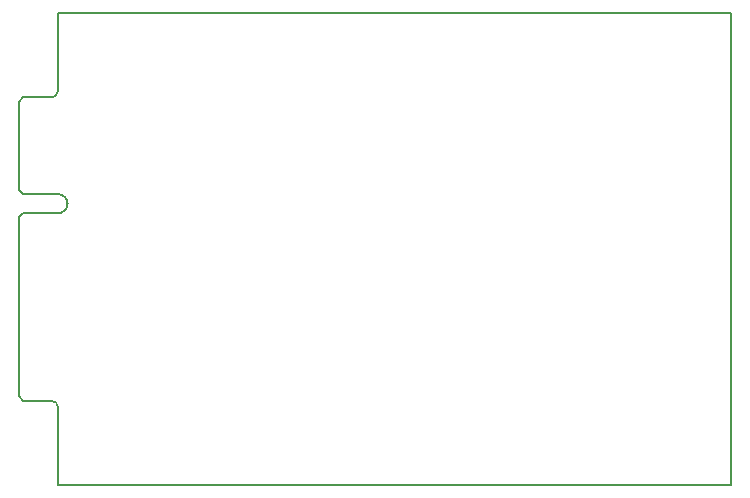
<source format=gko>
G04 Layer_Color=16711935*
%FSLAX25Y25*%
%MOIN*%
G70*
G01*
G75*
%ADD40C,0.00500*%
D40*
X-2200Y129300D02*
G03*
X0Y131400I-104J2311D01*
G01*
X-0Y25994D02*
G03*
X-2040Y28170I-2046J127D01*
G01*
X0Y90713D02*
G03*
X-13Y97100I27J3193D01*
G01*
X0Y90713D02*
G03*
X0Y97113I6J3200D01*
G01*
X224500Y7874D02*
Y149535D01*
X7874Y0D02*
X216535D01*
X0Y7874D02*
Y25994D01*
X7874Y157500D02*
X216535D01*
X224500D01*
Y149535D02*
Y157500D01*
Y0D02*
Y7874D01*
X216535Y0D02*
X224500D01*
X0D02*
Y7874D01*
Y0D02*
X7874D01*
X0Y157500D02*
X7874D01*
X0Y131400D02*
Y157500D01*
X-11500Y129300D02*
X-2200D01*
X-11700D02*
X-11500D01*
X-13100Y127900D02*
X-11700Y129300D01*
X-13100Y98366D02*
Y127900D01*
Y98366D02*
X-13066D01*
X-11800Y97100D01*
X-13D01*
X0Y97113D01*
X-11787Y90713D02*
X0D01*
X-13000Y89500D02*
X-11787Y90713D01*
X-13100Y89400D02*
X-13000Y89500D01*
X-13100Y29700D02*
Y89400D01*
Y29700D02*
X-11600Y28200D01*
X-2070D01*
X-2040Y28170D01*
M02*

</source>
